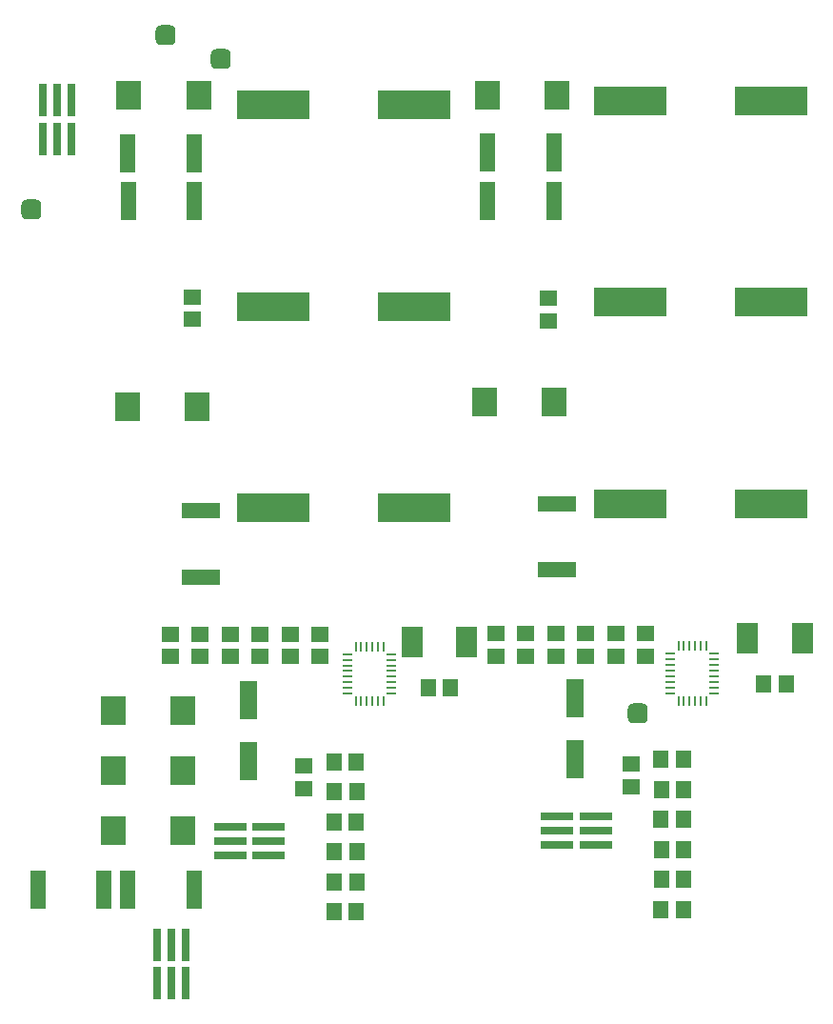
<source format=gtp>
G04*
G04 #@! TF.GenerationSoftware,Altium Limited,Altium Designer,20.0.12 (288)*
G04*
G04 Layer_Color=8421504*
%FSLAX25Y25*%
%MOIN*%
G70*
G01*
G75*
%ADD19R,0.09095X0.09921*%
%ADD20R,0.02913X0.11496*%
%ADD21R,0.11496X0.02913*%
%ADD22R,0.25591X0.09843*%
%ADD23R,0.07500X0.10984*%
%ADD24R,0.13622X0.05236*%
%ADD25R,0.05236X0.13622*%
%ADD26R,0.06299X0.13780*%
%ADD27R,0.05906X0.05512*%
%ADD28R,0.05512X0.05906*%
%ADD29R,0.01063X0.03386*%
%ADD30R,0.03386X0.01063*%
G04:AMPARAMS|DCode=31|XSize=70mil|YSize=70mil|CornerRadius=17.5mil|HoleSize=0mil|Usage=FLASHONLY|Rotation=90.000|XOffset=0mil|YOffset=0mil|HoleType=Round|Shape=RoundedRectangle|*
%AMROUNDEDRECTD31*
21,1,0.07000,0.03500,0,0,90.0*
21,1,0.03500,0.07000,0,0,90.0*
1,1,0.03500,0.01750,0.01750*
1,1,0.03500,0.01750,-0.01750*
1,1,0.03500,-0.01750,-0.01750*
1,1,0.03500,-0.01750,0.01750*
%
%ADD31ROUNDEDRECTD31*%
D19*
X62191Y61902D02*
D03*
X37782D02*
D03*
X62191Y103902D02*
D03*
X37782D02*
D03*
X62191Y82902D02*
D03*
X37782D02*
D03*
X42782Y210402D02*
D03*
X67191D02*
D03*
X167782Y211902D02*
D03*
X192191D02*
D03*
X43282Y319402D02*
D03*
X67691D02*
D03*
X168782D02*
D03*
X193191D02*
D03*
D20*
X12987Y304150D02*
D03*
Y317653D02*
D03*
X17987Y304150D02*
D03*
Y317653D02*
D03*
X22987Y304150D02*
D03*
Y317653D02*
D03*
X62987Y22154D02*
D03*
Y8650D02*
D03*
X57987Y22154D02*
D03*
Y8650D02*
D03*
X52987Y22154D02*
D03*
Y8650D02*
D03*
D21*
X206739Y56902D02*
D03*
X193235D02*
D03*
X206739Y61902D02*
D03*
X193235D02*
D03*
X206739Y66902D02*
D03*
X193235D02*
D03*
X92239Y53402D02*
D03*
X78735D02*
D03*
X92239Y58402D02*
D03*
X78735D02*
D03*
X92239Y63402D02*
D03*
X78735D02*
D03*
D22*
X93880Y245402D02*
D03*
X143093D02*
D03*
X218880Y246902D02*
D03*
X268093D02*
D03*
X93774Y315902D02*
D03*
X142987D02*
D03*
X218880Y317402D02*
D03*
X268093D02*
D03*
X93880Y174902D02*
D03*
X143093D02*
D03*
X218880Y176402D02*
D03*
X268093D02*
D03*
D23*
X142437Y127902D02*
D03*
X161536D02*
D03*
X259937Y129402D02*
D03*
X279036D02*
D03*
D24*
X68487Y150721D02*
D03*
Y173902D02*
D03*
X192987Y176402D02*
D03*
Y153220D02*
D03*
D25*
X66077Y41402D02*
D03*
X42896D02*
D03*
X11396D02*
D03*
X34577D02*
D03*
X66077Y298902D02*
D03*
X42896D02*
D03*
X66168Y282402D02*
D03*
X42987D02*
D03*
X168806D02*
D03*
X191987D02*
D03*
X168806Y299402D02*
D03*
X191987D02*
D03*
D26*
X199487Y108402D02*
D03*
Y87142D02*
D03*
X84987Y107531D02*
D03*
Y86272D02*
D03*
D27*
X57751Y130839D02*
D03*
Y122965D02*
D03*
X68251Y130776D02*
D03*
Y122902D02*
D03*
X65487Y240902D02*
D03*
Y248776D02*
D03*
X78751Y130839D02*
D03*
Y122965D02*
D03*
X99751Y130776D02*
D03*
Y122902D02*
D03*
X110251Y130776D02*
D03*
Y122902D02*
D03*
X89251Y130839D02*
D03*
Y122965D02*
D03*
X104550Y76729D02*
D03*
Y84603D02*
D03*
X219113Y77465D02*
D03*
Y85339D02*
D03*
X203255Y131025D02*
D03*
Y123151D02*
D03*
X224254Y130962D02*
D03*
Y123088D02*
D03*
X213755Y130962D02*
D03*
Y123088D02*
D03*
X192754Y131025D02*
D03*
Y123151D02*
D03*
X189987Y240528D02*
D03*
Y248402D02*
D03*
X182255Y130962D02*
D03*
Y123088D02*
D03*
X171755Y131025D02*
D03*
Y123151D02*
D03*
D28*
X115050Y33666D02*
D03*
X122924D02*
D03*
X148050Y111902D02*
D03*
X155924D02*
D03*
X122924Y65166D02*
D03*
X115050D02*
D03*
Y86166D02*
D03*
X122924D02*
D03*
X123050Y44166D02*
D03*
X115176D02*
D03*
X115113Y75666D02*
D03*
X122987D02*
D03*
X115113Y54666D02*
D03*
X122987D02*
D03*
X237613Y44902D02*
D03*
X229739D02*
D03*
X237487Y65902D02*
D03*
X229613D02*
D03*
X229676Y55402D02*
D03*
X237550D02*
D03*
X229676Y76402D02*
D03*
X237550D02*
D03*
X229613Y86902D02*
D03*
X237487D02*
D03*
X265550Y113402D02*
D03*
X273424D02*
D03*
X229613Y34402D02*
D03*
X237487D02*
D03*
D29*
X122653Y126472D02*
D03*
X124621D02*
D03*
X126590D02*
D03*
X128558D02*
D03*
X130527D02*
D03*
X132495D02*
D03*
Y107299D02*
D03*
X130527D02*
D03*
X128558D02*
D03*
X126590D02*
D03*
X124621D02*
D03*
X122653D02*
D03*
X235656Y126659D02*
D03*
X237625D02*
D03*
X239593D02*
D03*
X241562D02*
D03*
X243530D02*
D03*
X245499D02*
D03*
Y107486D02*
D03*
X243530D02*
D03*
X241562D02*
D03*
X239593D02*
D03*
X237625D02*
D03*
X235656D02*
D03*
D30*
X135192Y123776D02*
D03*
Y121807D02*
D03*
Y119839D02*
D03*
Y117870D02*
D03*
Y115902D02*
D03*
Y113933D02*
D03*
Y111965D02*
D03*
Y109996D02*
D03*
X119956D02*
D03*
Y111965D02*
D03*
Y113933D02*
D03*
Y115902D02*
D03*
Y117870D02*
D03*
Y119839D02*
D03*
Y121807D02*
D03*
Y123776D02*
D03*
X248195Y123962D02*
D03*
Y121994D02*
D03*
Y120025D02*
D03*
Y118057D02*
D03*
Y116088D02*
D03*
Y114120D02*
D03*
Y112151D02*
D03*
Y110183D02*
D03*
X232959D02*
D03*
Y112151D02*
D03*
Y114120D02*
D03*
Y116088D02*
D03*
Y118057D02*
D03*
Y120025D02*
D03*
Y121994D02*
D03*
Y123962D02*
D03*
D31*
X8987Y279402D02*
D03*
X75487Y331902D02*
D03*
X221487Y102902D02*
D03*
X55987Y340402D02*
D03*
M02*

</source>
